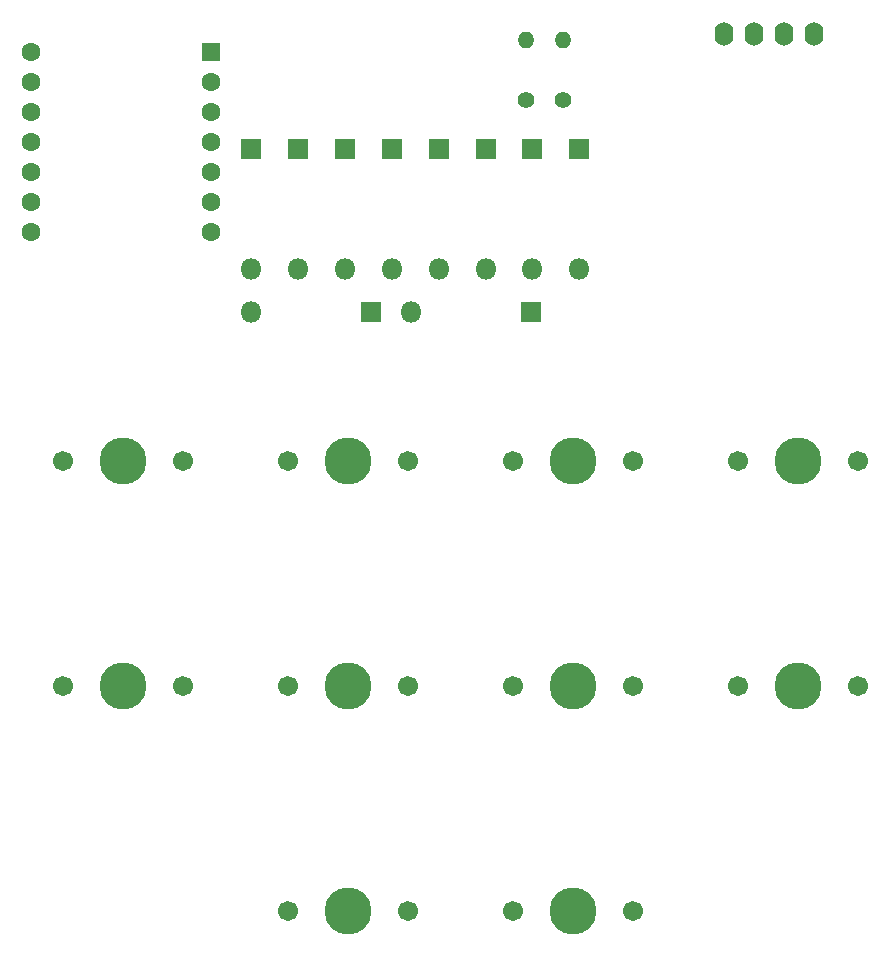
<source format=gbr>
%TF.GenerationSoftware,KiCad,Pcbnew,8.0.5-dirty*%
%TF.CreationDate,2024-10-05T14:38:16-04:00*%
%TF.ProjectId,cool-keyboard,636f6f6c-2d6b-4657-9962-6f6172642e6b,rev?*%
%TF.SameCoordinates,Original*%
%TF.FileFunction,Soldermask,Top*%
%TF.FilePolarity,Negative*%
%FSLAX46Y46*%
G04 Gerber Fmt 4.6, Leading zero omitted, Abs format (unit mm)*
G04 Created by KiCad (PCBNEW 8.0.5-dirty) date 2024-10-05 14:38:16*
%MOMM*%
%LPD*%
G01*
G04 APERTURE LIST*
%ADD10C,1.701800*%
%ADD11C,3.987800*%
%ADD12O,1.600000X2.000000*%
%ADD13R,1.800000X1.800000*%
%ADD14O,1.800000X1.800000*%
%ADD15C,1.400000*%
%ADD16O,1.400000X1.400000*%
%ADD17R,1.600000X1.600000*%
%ADD18C,1.600000*%
G04 APERTURE END LIST*
D10*
%TO.C,SW7*%
X150844300Y-108807200D03*
D11*
X155924300Y-108807200D03*
D10*
X161004300Y-108807200D03*
%TD*%
%TO.C,SW3*%
X150844300Y-89757200D03*
D11*
X155924300Y-89757200D03*
D10*
X161004300Y-89757200D03*
%TD*%
D12*
%TO.C,Brd1*%
X168673000Y-53662000D03*
X171213000Y-53662000D03*
X173753000Y-53662000D03*
X176293000Y-53662000D03*
%TD*%
D10*
%TO.C,SW6*%
X131794300Y-108807200D03*
D11*
X136874300Y-108807200D03*
D10*
X141954300Y-108807200D03*
%TD*%
%TO.C,SW4*%
X169894300Y-89757200D03*
D11*
X174974300Y-89757200D03*
D10*
X180054300Y-89757200D03*
%TD*%
%TO.C,SW5*%
X112744300Y-108807200D03*
D11*
X117824300Y-108807200D03*
D10*
X122904300Y-108807200D03*
%TD*%
%TO.C,SW10*%
X150844300Y-127857200D03*
D11*
X155924300Y-127857200D03*
D10*
X161004300Y-127857200D03*
%TD*%
%TO.C,SW9*%
X131794300Y-127857200D03*
D11*
X136874300Y-127857200D03*
D10*
X141954300Y-127857200D03*
%TD*%
%TO.C,SW1*%
X112744300Y-89757200D03*
D11*
X117824300Y-89757200D03*
D10*
X122904300Y-89757200D03*
%TD*%
%TO.C,SW2*%
X131794300Y-89757200D03*
D11*
X136874300Y-89757200D03*
D10*
X141954300Y-89757200D03*
%TD*%
%TO.C,SW8*%
X169894300Y-108807200D03*
D11*
X174974300Y-108807200D03*
D10*
X180054300Y-108807200D03*
%TD*%
D13*
%TO.C,D9*%
X152304700Y-77184200D03*
D14*
X142144700Y-77184200D03*
%TD*%
D13*
%TO.C,D6*%
X136588500Y-63373000D03*
D14*
X136588500Y-73533000D03*
%TD*%
D13*
%TO.C,D10*%
X138811000Y-77184200D03*
D14*
X128651000Y-77184200D03*
%TD*%
D13*
%TO.C,D3*%
X148494700Y-63373000D03*
D14*
X148494700Y-73533000D03*
%TD*%
D15*
%TO.C,R1*%
X155067000Y-59182000D03*
D16*
X155067000Y-54102000D03*
%TD*%
D13*
%TO.C,D4*%
X144526000Y-63373000D03*
D14*
X144526000Y-73533000D03*
%TD*%
D13*
%TO.C,D1*%
X156432200Y-63373000D03*
D14*
X156432200Y-73533000D03*
%TD*%
D15*
%TO.C,R2*%
X151917000Y-59182000D03*
D16*
X151917000Y-54102000D03*
%TD*%
D13*
%TO.C,D2*%
X152463500Y-63373000D03*
D14*
X152463500Y-73533000D03*
%TD*%
D13*
%TO.C,D7*%
X132619700Y-63373000D03*
D14*
X132619700Y-73533000D03*
%TD*%
D17*
%TO.C,U2*%
X125222000Y-55183000D03*
D18*
X125222000Y-57723000D03*
X125222000Y-60263000D03*
X125222000Y-62803000D03*
X125222000Y-65343000D03*
X125222000Y-67883000D03*
X125222000Y-70423000D03*
X109982000Y-70423000D03*
X109982000Y-67883000D03*
X109982000Y-65343000D03*
X109982000Y-62803000D03*
X109982000Y-60263000D03*
X109982000Y-57723000D03*
X109982000Y-55183000D03*
%TD*%
D13*
%TO.C,D5*%
X140557200Y-63373000D03*
D14*
X140557200Y-73533000D03*
%TD*%
D13*
%TO.C,D8*%
X128651000Y-63373000D03*
D14*
X128651000Y-73533000D03*
%TD*%
M02*

</source>
